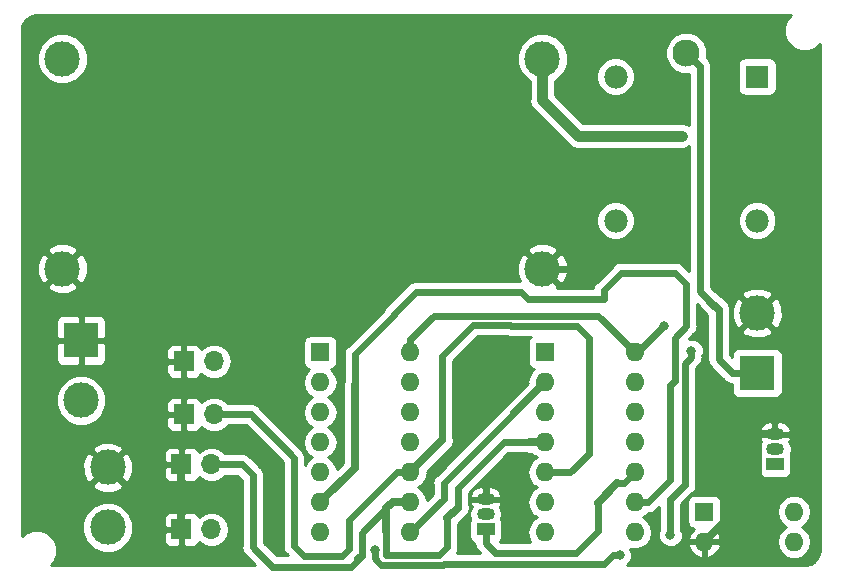
<source format=gbr>
G04 #@! TF.GenerationSoftware,KiCad,Pcbnew,(5.0.1)-3*
G04 #@! TF.CreationDate,2021-02-17T13:04:11+05:45*
G04 #@! TF.ProjectId,Logic-circuit,4C6F6769632D636972637569742E6B69,rev?*
G04 #@! TF.SameCoordinates,Original*
G04 #@! TF.FileFunction,Copper,L2,Bot,Signal*
G04 #@! TF.FilePolarity,Positive*
%FSLAX46Y46*%
G04 Gerber Fmt 4.6, Leading zero omitted, Abs format (unit mm)*
G04 Created by KiCad (PCBNEW (5.0.1)-3) date 2/17/2021 1:04:11 PM*
%MOMM*%
%LPD*%
G01*
G04 APERTURE LIST*
G04 #@! TA.AperFunction,ComponentPad*
%ADD10O,1.500000X1.050000*%
G04 #@! TD*
G04 #@! TA.AperFunction,ComponentPad*
%ADD11R,1.500000X1.050000*%
G04 #@! TD*
G04 #@! TA.AperFunction,ComponentPad*
%ADD12R,1.600000X1.600000*%
G04 #@! TD*
G04 #@! TA.AperFunction,ComponentPad*
%ADD13O,1.600000X1.600000*%
G04 #@! TD*
G04 #@! TA.AperFunction,ComponentPad*
%ADD14R,1.700000X1.700000*%
G04 #@! TD*
G04 #@! TA.AperFunction,ComponentPad*
%ADD15O,1.700000X1.700000*%
G04 #@! TD*
G04 #@! TA.AperFunction,ComponentPad*
%ADD16C,3.000000*%
G04 #@! TD*
G04 #@! TA.AperFunction,ComponentPad*
%ADD17R,3.000000X3.000000*%
G04 #@! TD*
G04 #@! TA.AperFunction,ComponentPad*
%ADD18R,1.980000X1.980000*%
G04 #@! TD*
G04 #@! TA.AperFunction,ComponentPad*
%ADD19C,2.300000*%
G04 #@! TD*
G04 #@! TA.AperFunction,ComponentPad*
%ADD20C,1.980000*%
G04 #@! TD*
G04 #@! TA.AperFunction,ViaPad*
%ADD21C,0.800000*%
G04 #@! TD*
G04 #@! TA.AperFunction,Conductor*
%ADD22C,0.600000*%
G04 #@! TD*
G04 #@! TA.AperFunction,Conductor*
%ADD23C,0.700000*%
G04 #@! TD*
G04 #@! TA.AperFunction,Conductor*
%ADD24C,0.900000*%
G04 #@! TD*
G04 #@! TA.AperFunction,Conductor*
%ADD25C,0.254000*%
G04 #@! TD*
G04 APERTURE END LIST*
D10*
G04 #@! TO.P,Q1,2*
G04 #@! TO.N,Net-(Q1-Pad2)*
X97000000Y-90980000D03*
G04 #@! TO.P,Q1,3*
G04 #@! TO.N,GND*
X97000000Y-89710000D03*
D11*
G04 #@! TO.P,Q1,1*
G04 #@! TO.N,Net-(Q1-Pad1)*
X97000000Y-92250000D03*
G04 #@! TD*
D12*
G04 #@! TO.P,U1,1*
G04 #@! TO.N,Net-(J1-Pad2)*
X83000000Y-77250000D03*
D13*
G04 #@! TO.P,U1,8*
G04 #@! TO.N,Net-(U1-Pad8)*
X90620000Y-92490000D03*
G04 #@! TO.P,U1,2*
G04 #@! TO.N,Net-(U1-Pad2)*
X83000000Y-79790000D03*
G04 #@! TO.P,U1,9*
G04 #@! TO.N,Net-(J2-Pad2)*
X90620000Y-89950000D03*
G04 #@! TO.P,U1,3*
G04 #@! TO.N,Net-(U1-Pad3)*
X83000000Y-82330000D03*
G04 #@! TO.P,U1,10*
G04 #@! TO.N,Net-(J3-Pad2)*
X90620000Y-87410000D03*
G04 #@! TO.P,U1,4*
G04 #@! TO.N,Net-(U1-Pad4)*
X83000000Y-84870000D03*
G04 #@! TO.P,U1,11*
G04 #@! TO.N,N/C*
X90620000Y-84870000D03*
G04 #@! TO.P,U1,5*
G04 #@! TO.N,Net-(J4-Pad2)*
X83000000Y-87410000D03*
G04 #@! TO.P,U1,12*
G04 #@! TO.N,N/C*
X90620000Y-82330000D03*
G04 #@! TO.P,U1,6*
G04 #@! TO.N,Net-(U1-Pad6)*
X83000000Y-89950000D03*
G04 #@! TO.P,U1,13*
G04 #@! TO.N,N/C*
X90620000Y-79790000D03*
G04 #@! TO.P,U1,7*
G04 #@! TO.N,Gnd*
X83000000Y-92490000D03*
G04 #@! TO.P,U1,14*
G04 #@! TO.N,Vcc*
X90620000Y-77250000D03*
G04 #@! TD*
G04 #@! TO.P,U2,14*
G04 #@! TO.N,Vcc*
X109620000Y-77250000D03*
G04 #@! TO.P,U2,7*
G04 #@! TO.N,Gnd*
X102000000Y-92490000D03*
G04 #@! TO.P,U2,13*
G04 #@! TO.N,N/C*
X109620000Y-79790000D03*
G04 #@! TO.P,U2,6*
G04 #@! TO.N,Net-(U1-Pad2)*
X102000000Y-89950000D03*
G04 #@! TO.P,U2,12*
G04 #@! TO.N,N/C*
X109620000Y-82330000D03*
G04 #@! TO.P,U2,5*
G04 #@! TO.N,Net-(J3-Pad2)*
X102000000Y-87410000D03*
G04 #@! TO.P,U2,11*
G04 #@! TO.N,N/C*
X109620000Y-84870000D03*
G04 #@! TO.P,U2,4*
G04 #@! TO.N,Net-(J2-Pad2)*
X102000000Y-84870000D03*
G04 #@! TO.P,U2,10*
G04 #@! TO.N,Net-(Q1-Pad1)*
X109620000Y-87410000D03*
G04 #@! TO.P,U2,3*
G04 #@! TO.N,Net-(U1-Pad4)*
X102000000Y-82330000D03*
G04 #@! TO.P,U2,9*
G04 #@! TO.N,Net-(U1-Pad6)*
X109620000Y-89950000D03*
G04 #@! TO.P,U2,2*
G04 #@! TO.N,Net-(U1-Pad8)*
X102000000Y-79790000D03*
G04 #@! TO.P,U2,8*
G04 #@! TO.N,LOGIC-OUTPUT*
X109620000Y-92490000D03*
D12*
G04 #@! TO.P,U2,1*
G04 #@! TO.N,Net-(U1-Pad3)*
X102000000Y-77250000D03*
G04 #@! TD*
D14*
G04 #@! TO.P,J1,1*
G04 #@! TO.N,GND*
X71460000Y-78000000D03*
D15*
G04 #@! TO.P,J1,2*
G04 #@! TO.N,Net-(J1-Pad2)*
X74000000Y-78000000D03*
G04 #@! TD*
G04 #@! TO.P,J2,2*
G04 #@! TO.N,Net-(J2-Pad2)*
X73790000Y-86750000D03*
D14*
G04 #@! TO.P,J2,1*
G04 #@! TO.N,GND*
X71250000Y-86750000D03*
G04 #@! TD*
G04 #@! TO.P,J3,1*
G04 #@! TO.N,GND*
X71460000Y-82500000D03*
D15*
G04 #@! TO.P,J3,2*
G04 #@! TO.N,Net-(J3-Pad2)*
X74000000Y-82500000D03*
G04 #@! TD*
G04 #@! TO.P,J4,2*
G04 #@! TO.N,Net-(J4-Pad2)*
X73790000Y-92250000D03*
D14*
G04 #@! TO.P,J4,1*
G04 #@! TO.N,GND*
X71250000Y-92250000D03*
G04 #@! TD*
D16*
G04 #@! TO.P,J5,2*
G04 #@! TO.N,12V*
X62750000Y-81330000D03*
D17*
G04 #@! TO.P,J5,1*
G04 #@! TO.N,GND*
X62750000Y-76250000D03*
G04 #@! TD*
G04 #@! TO.P,J6,1*
G04 #@! TO.N,Net-(J6-Pad1)*
X120000000Y-79000000D03*
D16*
G04 #@! TO.P,J6,2*
G04 #@! TO.N,GND*
X120000000Y-73920000D03*
G04 #@! TD*
D18*
G04 #@! TO.P,K1,A1*
G04 #@! TO.N,Vcc*
X120000000Y-53900000D03*
D19*
G04 #@! TO.P,K1,COM*
G04 #@! TO.N,Net-(J6-Pad1)*
X114000000Y-51900000D03*
D20*
G04 #@! TO.P,K1,A2*
G04 #@! TO.N,Net-(D1-Pad2)*
X108000000Y-53900000D03*
G04 #@! TO.P,K1,NO*
G04 #@! TO.N,12V*
X108000000Y-66100000D03*
G04 #@! TO.P,K1,NC*
G04 #@! TO.N,N/C*
X120000000Y-66100000D03*
G04 #@! TD*
D10*
G04 #@! TO.P,Q2,2*
G04 #@! TO.N,Net-(Q2-Pad2)*
X121500000Y-85480000D03*
G04 #@! TO.P,Q2,3*
G04 #@! TO.N,GND*
X121500000Y-84210000D03*
D11*
G04 #@! TO.P,Q2,1*
G04 #@! TO.N,Net-(D1-Pad2)*
X121500000Y-86750000D03*
G04 #@! TD*
D16*
G04 #@! TO.P,U3,4*
G04 #@! TO.N,GND*
X61170000Y-70160000D03*
G04 #@! TO.P,U3,3*
G04 #@! TO.N,12V*
X61170000Y-52380000D03*
G04 #@! TO.P,U3,2*
G04 #@! TO.N,GND*
X101810000Y-70160000D03*
G04 #@! TO.P,U3,1*
G04 #@! TO.N,Vcc*
X101810000Y-52380000D03*
G04 #@! TD*
D12*
G04 #@! TO.P,U4,1*
G04 #@! TO.N,LOGIC-OUTPUT*
X115500000Y-90750000D03*
D13*
G04 #@! TO.P,U4,3*
G04 #@! TO.N,Net-(R7-Pad2)*
X123120000Y-93290000D03*
G04 #@! TO.P,U4,2*
G04 #@! TO.N,GND*
X115500000Y-93290000D03*
G04 #@! TO.P,U4,4*
G04 #@! TO.N,Vcc*
X123120000Y-90750000D03*
G04 #@! TD*
D16*
G04 #@! TO.P,J7,1*
G04 #@! TO.N,GND*
X65000000Y-87000000D03*
G04 #@! TO.P,J7,2*
G04 #@! TO.N,12V*
X65000000Y-92080000D03*
G04 #@! TD*
D21*
G04 #@! TO.N,Gnd*
X108370000Y-94450000D03*
X87640000Y-93970000D03*
G04 #@! TO.N,GND*
X97660000Y-87680000D03*
X95110000Y-85130000D03*
X95150000Y-78040000D03*
X98320000Y-76460000D03*
X92870000Y-70930000D03*
G04 #@! TO.N,Vcc*
X113600000Y-58920000D03*
X114420000Y-77120000D03*
X112650000Y-92730000D03*
X112090000Y-75000000D03*
G04 #@! TD*
D22*
G04 #@! TO.N,Net-(Q1-Pad1)*
X108682500Y-88347500D02*
X108120000Y-88347500D01*
X109620000Y-87410000D02*
X108682500Y-88347500D01*
D23*
X108120000Y-88347500D02*
X106487500Y-89980000D01*
D22*
X106487500Y-92362500D02*
X106487500Y-89980000D01*
X104640000Y-94210000D02*
X106487500Y-92362500D01*
X97835000Y-94210000D02*
X104640000Y-94210000D01*
X97000000Y-93375000D02*
X97835000Y-94210000D01*
X97000000Y-92250000D02*
X97000000Y-93375000D01*
G04 #@! TO.N,Net-(U1-Pad8)*
X93440000Y-88350000D02*
X99380000Y-82410000D01*
X93440000Y-89670000D02*
X93440000Y-88350000D01*
D23*
X102000000Y-79790000D02*
X99380000Y-82410000D01*
D22*
X90620000Y-92490000D02*
X93440000Y-89670000D01*
D23*
G04 #@! TO.N,Net-(U1-Pad6)*
X85925200Y-80015400D02*
X85925200Y-87024800D01*
X85925200Y-87024800D02*
X83000000Y-89950000D01*
D22*
X110751370Y-89950000D02*
X109620000Y-89950000D01*
X113000000Y-79650000D02*
X112650000Y-80000000D01*
X112650000Y-80000000D02*
X112650000Y-88051370D01*
X85925200Y-77404800D02*
X89250200Y-74079800D01*
X89250200Y-74079800D02*
X89250200Y-73989800D01*
X89250200Y-73989800D02*
X91079999Y-72160001D01*
X91079999Y-72160001D02*
X99970001Y-72160001D01*
X112650000Y-88051370D02*
X110751370Y-89950000D01*
X85925200Y-80015400D02*
X85925200Y-77404800D01*
X99970001Y-72160001D02*
X100560000Y-72750000D01*
X107000000Y-72750000D02*
X107000000Y-72000000D01*
X100560000Y-72750000D02*
X107000000Y-72750000D01*
X107000000Y-72000000D02*
X108500000Y-70500000D01*
X108500000Y-70500000D02*
X113000000Y-70500000D01*
X113000000Y-70500000D02*
X114000000Y-71500000D01*
X114000000Y-75000000D02*
X113000000Y-76000000D01*
X114000000Y-71500000D02*
X114000000Y-75000000D01*
X113000000Y-76000000D02*
X113000000Y-79650000D01*
G04 #@! TO.N,Gnd*
X107804315Y-94450000D02*
X107064315Y-95190000D01*
X108370000Y-94450000D02*
X107804315Y-94450000D01*
X93391374Y-95240010D02*
X88180010Y-95240010D01*
X107064315Y-95190000D02*
X93441384Y-95190000D01*
X93441384Y-95190000D02*
X93391374Y-95240010D01*
X88180010Y-95240010D02*
X87840000Y-94900000D01*
X87840000Y-94900000D02*
X87640000Y-94700000D01*
X87640000Y-94700000D02*
X87640000Y-93970000D01*
G04 #@! TO.N,Vcc*
X90620000Y-76118630D02*
X92598630Y-74140000D01*
X92598630Y-74140000D02*
X106510000Y-74140000D01*
X106510000Y-74140000D02*
X109620000Y-77250000D01*
X90620000Y-77250000D02*
X90620000Y-76118630D01*
D23*
G04 #@! TO.N,GND*
X121500000Y-84210000D02*
X120050000Y-84210000D01*
X115500000Y-93290000D02*
X120050000Y-88740000D01*
X120050000Y-88740000D02*
X120050000Y-84210000D01*
X71250000Y-92250000D02*
X71250000Y-86750000D01*
D22*
X103931320Y-70160000D02*
X104851320Y-69240000D01*
X101810000Y-70160000D02*
X103931320Y-70160000D01*
X104851320Y-69240000D02*
X113220000Y-69240000D01*
X113220000Y-69240000D02*
X113250000Y-69270000D01*
X97000000Y-89710000D02*
X96534994Y-89710000D01*
X97000000Y-89710000D02*
X97000000Y-88340000D01*
X97000000Y-88340000D02*
X97660000Y-87680000D01*
X95110000Y-84564315D02*
X95330000Y-84344315D01*
X95110000Y-85130000D02*
X95110000Y-84564315D01*
X95330000Y-84344315D02*
X95330000Y-78220000D01*
X95330000Y-78220000D02*
X95150000Y-78040000D01*
X95150000Y-78040000D02*
X96740000Y-78040000D01*
X96740000Y-78040000D02*
X98320000Y-76460000D01*
D23*
G04 #@! TO.N,Net-(J2-Pad2)*
X88600000Y-92382800D02*
X88600000Y-90470000D01*
X88600000Y-90470000D02*
X89120000Y-89950000D01*
X90620000Y-89950000D02*
X89120000Y-89950000D01*
X94649600Y-90393300D02*
X93750000Y-91292900D01*
D22*
X85592800Y-95390000D02*
X86512800Y-94470000D01*
X81150000Y-95390000D02*
X85592800Y-95390000D01*
D23*
X86207400Y-94775400D02*
X86512800Y-94470000D01*
D22*
X93750000Y-93750000D02*
X93750000Y-91292900D01*
X93060000Y-94440000D02*
X93750000Y-93750000D01*
X88600000Y-94440000D02*
X93060000Y-94440000D01*
X88600000Y-92382800D02*
X88600000Y-94440000D01*
X86512800Y-92557200D02*
X88600000Y-90470000D01*
X86512800Y-94470000D02*
X86512800Y-92557200D01*
X94649600Y-90393300D02*
X94649600Y-88760400D01*
X98540000Y-84870000D02*
X100780000Y-84870000D01*
X94649600Y-88760400D02*
X98540000Y-84870000D01*
D23*
X102000000Y-84870000D02*
X100780000Y-84870000D01*
D22*
G04 #@! TO.N,Net-(J3-Pad2)*
X104180000Y-87410000D02*
X102000000Y-87410000D01*
X104740000Y-75010000D02*
X105750000Y-76020000D01*
X105750000Y-76020000D02*
X105750000Y-85840000D01*
X105750000Y-85840000D02*
X104180000Y-87410000D01*
X93340000Y-77570000D02*
X95969990Y-74940010D01*
X93340000Y-84690000D02*
X93340000Y-77570000D01*
D23*
X90620000Y-87410000D02*
X93340000Y-84690000D01*
D22*
X99100010Y-74940010D02*
X99170000Y-75010000D01*
X95969990Y-74940010D02*
X99100010Y-74940010D01*
X99170000Y-75010000D02*
X104740000Y-75010000D01*
D24*
G04 #@! TO.N,Vcc*
X101810000Y-52380000D02*
X101810000Y-55890000D01*
X104840000Y-58920000D02*
X113600000Y-58920000D01*
X101810000Y-55890000D02*
X104840000Y-58920000D01*
D22*
X114420000Y-77685685D02*
X113900000Y-78205685D01*
X114420000Y-77120000D02*
X114420000Y-77685685D01*
X113900000Y-78205685D02*
X113900000Y-88450000D01*
X113900000Y-88450000D02*
X112650000Y-89700000D01*
X112650000Y-89700000D02*
X112650000Y-92730000D01*
X109620000Y-77250000D02*
X109840000Y-77250000D01*
X109840000Y-77250000D02*
X112090000Y-75000000D01*
G04 #@! TO.N,Net-(J2-Pad2)*
X81150000Y-95390000D02*
X78920000Y-95390000D01*
X78920000Y-95390000D02*
X77280000Y-93750000D01*
X77280000Y-93750000D02*
X77280000Y-87650000D01*
X76380000Y-86750000D02*
X73790000Y-86750000D01*
X77280000Y-87650000D02*
X76380000Y-86750000D01*
G04 #@! TO.N,Net-(J3-Pad2)*
X77100000Y-82500000D02*
X74000000Y-82500000D01*
X80770000Y-86170000D02*
X77100000Y-82500000D01*
X89488630Y-87410000D02*
X85450000Y-91448630D01*
X90620000Y-87410000D02*
X89488630Y-87410000D01*
X80770000Y-93630000D02*
X80770000Y-86170000D01*
X85450000Y-91448630D02*
X85450000Y-93870000D01*
X85450000Y-93870000D02*
X84820000Y-94500000D01*
X84820000Y-94500000D02*
X81640000Y-94500000D01*
X81640000Y-94500000D02*
X80770000Y-93630000D01*
G04 #@! TO.N,Net-(J6-Pad1)*
X115149999Y-72087499D02*
X116040000Y-72977500D01*
X115149999Y-53049999D02*
X115149999Y-72087499D01*
X114000000Y-51900000D02*
X115149999Y-53049999D01*
X116722500Y-77822500D02*
X116722500Y-73660000D01*
X117900000Y-79000000D02*
X116722500Y-77822500D01*
X120000000Y-79000000D02*
X117900000Y-79000000D01*
D23*
X116040000Y-72977500D02*
X116722500Y-73660000D01*
G04 #@! TD*
D25*
G04 #@! TO.N,GND*
G36*
X122529138Y-49017201D02*
X122265000Y-49654887D01*
X122265000Y-50345113D01*
X122529138Y-50982799D01*
X123017201Y-51470862D01*
X123654887Y-51735000D01*
X124345113Y-51735000D01*
X124982799Y-51470862D01*
X125290000Y-51163661D01*
X125290001Y-93949413D01*
X125231197Y-94360027D01*
X125080661Y-94691112D01*
X124843251Y-94966639D01*
X124538056Y-95164456D01*
X124166083Y-95275700D01*
X123973652Y-95290000D01*
X108993711Y-95290000D01*
X109247431Y-95036280D01*
X109405000Y-94655874D01*
X109405000Y-94244126D01*
X109254330Y-93880377D01*
X109478667Y-93925000D01*
X109761333Y-93925000D01*
X110179909Y-93841740D01*
X110654577Y-93524577D01*
X110971740Y-93049909D01*
X111083113Y-92490000D01*
X110971740Y-91930091D01*
X110654577Y-91455423D01*
X110302242Y-91220000D01*
X110654577Y-90984577D01*
X110713859Y-90895856D01*
X110751370Y-90903317D01*
X110843456Y-90885000D01*
X111116189Y-90830750D01*
X111425467Y-90624097D01*
X111477631Y-90546028D01*
X111715000Y-90308659D01*
X111715001Y-92282702D01*
X111615000Y-92524126D01*
X111615000Y-92935874D01*
X111772569Y-93316280D01*
X112063720Y-93607431D01*
X112444126Y-93765000D01*
X112855874Y-93765000D01*
X113159971Y-93639039D01*
X114108096Y-93639039D01*
X114268959Y-94027423D01*
X114644866Y-94442389D01*
X115150959Y-94681914D01*
X115373000Y-94560629D01*
X115373000Y-93417000D01*
X115627000Y-93417000D01*
X115627000Y-94560629D01*
X115849041Y-94681914D01*
X116355134Y-94442389D01*
X116731041Y-94027423D01*
X116891904Y-93639039D01*
X116769915Y-93417000D01*
X115627000Y-93417000D01*
X115373000Y-93417000D01*
X114230085Y-93417000D01*
X114108096Y-93639039D01*
X113159971Y-93639039D01*
X113236280Y-93607431D01*
X113527431Y-93316280D01*
X113685000Y-92935874D01*
X113685000Y-92524126D01*
X113585000Y-92282704D01*
X113585000Y-90087289D01*
X113722289Y-89950000D01*
X114052560Y-89950000D01*
X114052560Y-91550000D01*
X114101843Y-91797765D01*
X114242191Y-92007809D01*
X114452235Y-92148157D01*
X114607361Y-92179013D01*
X114268959Y-92552577D01*
X114108096Y-92940961D01*
X114230085Y-93163000D01*
X115373000Y-93163000D01*
X115373000Y-93143000D01*
X115627000Y-93143000D01*
X115627000Y-93163000D01*
X116769915Y-93163000D01*
X116891904Y-92940961D01*
X116731041Y-92552577D01*
X116392639Y-92179013D01*
X116547765Y-92148157D01*
X116757809Y-92007809D01*
X116898157Y-91797765D01*
X116947440Y-91550000D01*
X116947440Y-90750000D01*
X121656887Y-90750000D01*
X121768260Y-91309909D01*
X122085423Y-91784577D01*
X122437758Y-92020000D01*
X122085423Y-92255423D01*
X121768260Y-92730091D01*
X121656887Y-93290000D01*
X121768260Y-93849909D01*
X122085423Y-94324577D01*
X122560091Y-94641740D01*
X122978667Y-94725000D01*
X123261333Y-94725000D01*
X123679909Y-94641740D01*
X124154577Y-94324577D01*
X124471740Y-93849909D01*
X124583113Y-93290000D01*
X124471740Y-92730091D01*
X124154577Y-92255423D01*
X123802242Y-92020000D01*
X124154577Y-91784577D01*
X124471740Y-91309909D01*
X124583113Y-90750000D01*
X124471740Y-90190091D01*
X124154577Y-89715423D01*
X123679909Y-89398260D01*
X123261333Y-89315000D01*
X122978667Y-89315000D01*
X122560091Y-89398260D01*
X122085423Y-89715423D01*
X121768260Y-90190091D01*
X121656887Y-90750000D01*
X116947440Y-90750000D01*
X116947440Y-89950000D01*
X116898157Y-89702235D01*
X116757809Y-89492191D01*
X116547765Y-89351843D01*
X116300000Y-89302560D01*
X114700000Y-89302560D01*
X114452235Y-89351843D01*
X114242191Y-89492191D01*
X114101843Y-89702235D01*
X114052560Y-89950000D01*
X113722289Y-89950000D01*
X114496031Y-89176259D01*
X114574097Y-89124097D01*
X114780750Y-88814819D01*
X114835000Y-88542086D01*
X114853317Y-88450000D01*
X114835000Y-88357914D01*
X114835000Y-85480000D01*
X120092275Y-85480000D01*
X120182157Y-85931867D01*
X120151843Y-85977235D01*
X120102560Y-86225000D01*
X120102560Y-87275000D01*
X120151843Y-87522765D01*
X120292191Y-87732809D01*
X120502235Y-87873157D01*
X120750000Y-87922440D01*
X122250000Y-87922440D01*
X122497765Y-87873157D01*
X122707809Y-87732809D01*
X122848157Y-87522765D01*
X122897440Y-87275000D01*
X122897440Y-86225000D01*
X122848157Y-85977235D01*
X122817843Y-85931867D01*
X122907725Y-85480000D01*
X122817695Y-85027391D01*
X122689146Y-84835004D01*
X122835266Y-84577336D01*
X122843964Y-84515810D01*
X122718163Y-84337000D01*
X121924710Y-84337000D01*
X121839246Y-84320000D01*
X121160754Y-84320000D01*
X121075290Y-84337000D01*
X120281837Y-84337000D01*
X120156036Y-84515810D01*
X120164734Y-84577336D01*
X120310854Y-84835004D01*
X120182305Y-85027391D01*
X120092275Y-85480000D01*
X114835000Y-85480000D01*
X114835000Y-83904190D01*
X120156036Y-83904190D01*
X120281837Y-84083000D01*
X121373000Y-84083000D01*
X121373000Y-83203407D01*
X121627000Y-83203407D01*
X121627000Y-84083000D01*
X122718163Y-84083000D01*
X122843964Y-83904190D01*
X122835266Y-83842664D01*
X122610179Y-83445745D01*
X122250331Y-83165177D01*
X121810506Y-83043674D01*
X121627000Y-83203407D01*
X121373000Y-83203407D01*
X121189494Y-83043674D01*
X120749669Y-83165177D01*
X120389821Y-83445745D01*
X120164734Y-83842664D01*
X120156036Y-83904190D01*
X114835000Y-83904190D01*
X114835000Y-78592974D01*
X115016028Y-78411946D01*
X115094097Y-78359782D01*
X115300750Y-78050504D01*
X115355000Y-77777771D01*
X115373317Y-77685686D01*
X115355000Y-77593600D01*
X115355000Y-77567296D01*
X115455000Y-77325874D01*
X115455000Y-76914126D01*
X115297431Y-76533720D01*
X115006280Y-76242569D01*
X114625874Y-76085000D01*
X114237289Y-76085000D01*
X114596028Y-75726261D01*
X114674097Y-75674097D01*
X114880750Y-75364819D01*
X114935000Y-75092086D01*
X114953317Y-75000000D01*
X114935000Y-74907914D01*
X114935000Y-73194790D01*
X115132516Y-73392306D01*
X115274902Y-73605402D01*
X115787501Y-74118001D01*
X115787500Y-77730414D01*
X115769183Y-77822500D01*
X115826310Y-78109698D01*
X115841750Y-78187318D01*
X116048403Y-78496597D01*
X116126472Y-78548761D01*
X117173741Y-79596031D01*
X117225903Y-79674097D01*
X117535181Y-79880750D01*
X117807914Y-79935000D01*
X117807918Y-79935000D01*
X117852560Y-79943880D01*
X117852560Y-80500000D01*
X117901843Y-80747765D01*
X118042191Y-80957809D01*
X118252235Y-81098157D01*
X118500000Y-81147440D01*
X121500000Y-81147440D01*
X121747765Y-81098157D01*
X121957809Y-80957809D01*
X122098157Y-80747765D01*
X122147440Y-80500000D01*
X122147440Y-77500000D01*
X122098157Y-77252235D01*
X121957809Y-77042191D01*
X121747765Y-76901843D01*
X121500000Y-76852560D01*
X118500000Y-76852560D01*
X118252235Y-76901843D01*
X118042191Y-77042191D01*
X117901843Y-77252235D01*
X117852560Y-77500000D01*
X117852560Y-77630271D01*
X117657500Y-77435211D01*
X117657500Y-75433970D01*
X118665635Y-75433970D01*
X118825418Y-75752739D01*
X119616187Y-76062723D01*
X120465387Y-76046497D01*
X121174582Y-75752739D01*
X121334365Y-75433970D01*
X120000000Y-74099605D01*
X118665635Y-75433970D01*
X117657500Y-75433970D01*
X117657500Y-74008376D01*
X117726796Y-73660000D01*
X117702169Y-73536187D01*
X117857277Y-73536187D01*
X117873503Y-74385387D01*
X118167261Y-75094582D01*
X118486030Y-75254365D01*
X119820395Y-73920000D01*
X120179605Y-73920000D01*
X121513970Y-75254365D01*
X121832739Y-75094582D01*
X122142723Y-74303813D01*
X122126497Y-73454613D01*
X121832739Y-72745418D01*
X121513970Y-72585635D01*
X120179605Y-73920000D01*
X119820395Y-73920000D01*
X118486030Y-72585635D01*
X118167261Y-72745418D01*
X117857277Y-73536187D01*
X117702169Y-73536187D01*
X117650349Y-73275672D01*
X117487598Y-73032097D01*
X116861531Y-72406030D01*
X118665635Y-72406030D01*
X120000000Y-73740395D01*
X121334365Y-72406030D01*
X121174582Y-72087261D01*
X120383813Y-71777277D01*
X119534613Y-71793503D01*
X118825418Y-72087261D01*
X118665635Y-72406030D01*
X116861531Y-72406030D01*
X116667902Y-72212402D01*
X116454806Y-72070016D01*
X116084999Y-71700210D01*
X116084999Y-65776767D01*
X118375000Y-65776767D01*
X118375000Y-66423233D01*
X118622391Y-67020489D01*
X119079511Y-67477609D01*
X119676767Y-67725000D01*
X120323233Y-67725000D01*
X120920489Y-67477609D01*
X121377609Y-67020489D01*
X121625000Y-66423233D01*
X121625000Y-65776767D01*
X121377609Y-65179511D01*
X120920489Y-64722391D01*
X120323233Y-64475000D01*
X119676767Y-64475000D01*
X119079511Y-64722391D01*
X118622391Y-65179511D01*
X118375000Y-65776767D01*
X116084999Y-65776767D01*
X116084999Y-53142080D01*
X116103315Y-53049998D01*
X116084999Y-52957914D01*
X116084999Y-52957913D01*
X116075469Y-52910000D01*
X118362560Y-52910000D01*
X118362560Y-54890000D01*
X118411843Y-55137765D01*
X118552191Y-55347809D01*
X118762235Y-55488157D01*
X119010000Y-55537440D01*
X120990000Y-55537440D01*
X121237765Y-55488157D01*
X121447809Y-55347809D01*
X121588157Y-55137765D01*
X121637440Y-54890000D01*
X121637440Y-52910000D01*
X121588157Y-52662235D01*
X121447809Y-52452191D01*
X121237765Y-52311843D01*
X120990000Y-52262560D01*
X119010000Y-52262560D01*
X118762235Y-52311843D01*
X118552191Y-52452191D01*
X118411843Y-52662235D01*
X118362560Y-52910000D01*
X116075469Y-52910000D01*
X116030749Y-52685180D01*
X115824096Y-52375902D01*
X115754271Y-52329246D01*
X115785000Y-52255059D01*
X115785000Y-51544941D01*
X115513250Y-50888879D01*
X115011121Y-50386750D01*
X114355059Y-50115000D01*
X113644941Y-50115000D01*
X112988879Y-50386750D01*
X112486750Y-50888879D01*
X112215000Y-51544941D01*
X112215000Y-52255059D01*
X112486750Y-52911121D01*
X112988879Y-53413250D01*
X113644941Y-53685000D01*
X114214999Y-53685000D01*
X114214999Y-58026012D01*
X114023346Y-57897953D01*
X113706861Y-57835000D01*
X105289421Y-57835000D01*
X102895000Y-55440580D01*
X102895000Y-54241486D01*
X103019380Y-54189966D01*
X103619966Y-53589380D01*
X103625190Y-53576767D01*
X106375000Y-53576767D01*
X106375000Y-54223233D01*
X106622391Y-54820489D01*
X107079511Y-55277609D01*
X107676767Y-55525000D01*
X108323233Y-55525000D01*
X108920489Y-55277609D01*
X109377609Y-54820489D01*
X109625000Y-54223233D01*
X109625000Y-53576767D01*
X109377609Y-52979511D01*
X108920489Y-52522391D01*
X108323233Y-52275000D01*
X107676767Y-52275000D01*
X107079511Y-52522391D01*
X106622391Y-52979511D01*
X106375000Y-53576767D01*
X103625190Y-53576767D01*
X103945000Y-52804678D01*
X103945000Y-51955322D01*
X103619966Y-51170620D01*
X103019380Y-50570034D01*
X102234678Y-50245000D01*
X101385322Y-50245000D01*
X100600620Y-50570034D01*
X100000034Y-51170620D01*
X99675000Y-51955322D01*
X99675000Y-52804678D01*
X100000034Y-53589380D01*
X100600620Y-54189966D01*
X100725001Y-54241486D01*
X100725001Y-55783138D01*
X100703745Y-55890000D01*
X100787953Y-56313345D01*
X100787954Y-56313346D01*
X101027760Y-56672241D01*
X101118354Y-56732774D01*
X103997226Y-59611647D01*
X104057759Y-59702241D01*
X104416654Y-59942047D01*
X104733139Y-60005000D01*
X104733142Y-60005000D01*
X104839999Y-60026255D01*
X104946856Y-60005000D01*
X113706861Y-60005000D01*
X114023346Y-59942047D01*
X114214999Y-59813988D01*
X114215000Y-70392711D01*
X113726261Y-69903972D01*
X113674097Y-69825903D01*
X113364819Y-69619250D01*
X113092086Y-69565000D01*
X113000000Y-69546683D01*
X112907914Y-69565000D01*
X108592081Y-69565000D01*
X108499999Y-69546684D01*
X108407917Y-69565000D01*
X108407914Y-69565000D01*
X108135181Y-69619250D01*
X107825903Y-69825903D01*
X107773741Y-69903969D01*
X106403970Y-71273741D01*
X106325904Y-71325903D01*
X106273742Y-71403969D01*
X106273741Y-71403970D01*
X106119250Y-71635182D01*
X106083482Y-71815000D01*
X103073674Y-71815000D01*
X103144365Y-71673970D01*
X101810000Y-70339605D01*
X101795858Y-70353748D01*
X101616253Y-70174143D01*
X101630395Y-70160000D01*
X101989605Y-70160000D01*
X103323970Y-71494365D01*
X103642739Y-71334582D01*
X103952723Y-70543813D01*
X103936497Y-69694613D01*
X103642739Y-68985418D01*
X103323970Y-68825635D01*
X101989605Y-70160000D01*
X101630395Y-70160000D01*
X100296030Y-68825635D01*
X99977261Y-68985418D01*
X99667277Y-69776187D01*
X99683503Y-70625387D01*
X99927764Y-71215085D01*
X99877915Y-71225001D01*
X91172085Y-71225001D01*
X91079999Y-71206684D01*
X90987913Y-71225001D01*
X90715180Y-71279251D01*
X90405902Y-71485904D01*
X90353738Y-71563973D01*
X88654172Y-73263539D01*
X88576103Y-73315703D01*
X88369450Y-73624981D01*
X88366153Y-73641557D01*
X85329170Y-76678541D01*
X85251104Y-76730703D01*
X85198942Y-76808769D01*
X85198941Y-76808770D01*
X85044450Y-77039982D01*
X84971883Y-77404800D01*
X84990201Y-77496890D01*
X84990200Y-79667023D01*
X84940200Y-79918389D01*
X84940201Y-86616799D01*
X84410666Y-87146334D01*
X84351740Y-86850091D01*
X84034577Y-86375423D01*
X83682242Y-86140000D01*
X84034577Y-85904577D01*
X84351740Y-85429909D01*
X84463113Y-84870000D01*
X84351740Y-84310091D01*
X84034577Y-83835423D01*
X83682242Y-83600000D01*
X84034577Y-83364577D01*
X84351740Y-82889909D01*
X84463113Y-82330000D01*
X84351740Y-81770091D01*
X84034577Y-81295423D01*
X83682242Y-81060000D01*
X84034577Y-80824577D01*
X84351740Y-80349909D01*
X84463113Y-79790000D01*
X84351740Y-79230091D01*
X84034577Y-78755423D01*
X83913894Y-78674785D01*
X84047765Y-78648157D01*
X84257809Y-78507809D01*
X84398157Y-78297765D01*
X84447440Y-78050000D01*
X84447440Y-76450000D01*
X84398157Y-76202235D01*
X84257809Y-75992191D01*
X84047765Y-75851843D01*
X83800000Y-75802560D01*
X82200000Y-75802560D01*
X81952235Y-75851843D01*
X81742191Y-75992191D01*
X81601843Y-76202235D01*
X81552560Y-76450000D01*
X81552560Y-78050000D01*
X81601843Y-78297765D01*
X81742191Y-78507809D01*
X81952235Y-78648157D01*
X82086106Y-78674785D01*
X81965423Y-78755423D01*
X81648260Y-79230091D01*
X81536887Y-79790000D01*
X81648260Y-80349909D01*
X81965423Y-80824577D01*
X82317758Y-81060000D01*
X81965423Y-81295423D01*
X81648260Y-81770091D01*
X81536887Y-82330000D01*
X81648260Y-82889909D01*
X81965423Y-83364577D01*
X82317758Y-83600000D01*
X81965423Y-83835423D01*
X81648260Y-84310091D01*
X81536887Y-84870000D01*
X81648260Y-85429909D01*
X81965423Y-85904577D01*
X82317758Y-86140000D01*
X81965423Y-86375423D01*
X81705000Y-86765174D01*
X81705000Y-86262086D01*
X81723317Y-86170000D01*
X81650750Y-85805181D01*
X81496259Y-85573969D01*
X81444097Y-85495903D01*
X81366031Y-85443741D01*
X77826261Y-81903972D01*
X77774097Y-81825903D01*
X77464819Y-81619250D01*
X77192086Y-81565000D01*
X77100000Y-81546683D01*
X77007914Y-81565000D01*
X75161247Y-81565000D01*
X75070625Y-81429375D01*
X74579418Y-81101161D01*
X74146256Y-81015000D01*
X73853744Y-81015000D01*
X73420582Y-81101161D01*
X72929375Y-81429375D01*
X72914904Y-81451033D01*
X72848327Y-81290302D01*
X72669699Y-81111673D01*
X72436310Y-81015000D01*
X71745750Y-81015000D01*
X71587000Y-81173750D01*
X71587000Y-82373000D01*
X71607000Y-82373000D01*
X71607000Y-82627000D01*
X71587000Y-82627000D01*
X71587000Y-83826250D01*
X71745750Y-83985000D01*
X72436310Y-83985000D01*
X72669699Y-83888327D01*
X72848327Y-83709698D01*
X72914904Y-83548967D01*
X72929375Y-83570625D01*
X73420582Y-83898839D01*
X73853744Y-83985000D01*
X74146256Y-83985000D01*
X74579418Y-83898839D01*
X75070625Y-83570625D01*
X75161247Y-83435000D01*
X76712711Y-83435000D01*
X79835001Y-86557291D01*
X79835000Y-93537914D01*
X79816683Y-93630000D01*
X79860426Y-93849909D01*
X79889250Y-93994818D01*
X80095903Y-94304097D01*
X80173972Y-94356261D01*
X80272711Y-94455000D01*
X79307290Y-94455000D01*
X78215000Y-93362711D01*
X78215000Y-87742081D01*
X78233316Y-87649999D01*
X78215000Y-87557917D01*
X78215000Y-87557914D01*
X78160750Y-87285181D01*
X77954097Y-86975903D01*
X77876030Y-86923741D01*
X77106261Y-86153972D01*
X77054097Y-86075903D01*
X76744819Y-85869250D01*
X76472086Y-85815000D01*
X76380000Y-85796683D01*
X76287914Y-85815000D01*
X74951247Y-85815000D01*
X74860625Y-85679375D01*
X74369418Y-85351161D01*
X73936256Y-85265000D01*
X73643744Y-85265000D01*
X73210582Y-85351161D01*
X72719375Y-85679375D01*
X72704904Y-85701033D01*
X72638327Y-85540302D01*
X72459699Y-85361673D01*
X72226310Y-85265000D01*
X71535750Y-85265000D01*
X71377000Y-85423750D01*
X71377000Y-86623000D01*
X71397000Y-86623000D01*
X71397000Y-86877000D01*
X71377000Y-86877000D01*
X71377000Y-88076250D01*
X71535750Y-88235000D01*
X72226310Y-88235000D01*
X72459699Y-88138327D01*
X72638327Y-87959698D01*
X72704904Y-87798967D01*
X72719375Y-87820625D01*
X73210582Y-88148839D01*
X73643744Y-88235000D01*
X73936256Y-88235000D01*
X74369418Y-88148839D01*
X74860625Y-87820625D01*
X74951247Y-87685000D01*
X75992711Y-87685000D01*
X76345001Y-88037291D01*
X76345000Y-93657914D01*
X76326683Y-93750000D01*
X76375381Y-93994819D01*
X76399250Y-94114818D01*
X76605903Y-94424097D01*
X76683972Y-94476261D01*
X77497710Y-95290000D01*
X60163661Y-95290000D01*
X60470862Y-94982799D01*
X60735000Y-94345113D01*
X60735000Y-93654887D01*
X60470862Y-93017201D01*
X59982799Y-92529138D01*
X59345113Y-92265000D01*
X58654887Y-92265000D01*
X58017201Y-92529138D01*
X57710000Y-92836339D01*
X57710000Y-91655322D01*
X62865000Y-91655322D01*
X62865000Y-92504678D01*
X63190034Y-93289380D01*
X63790620Y-93889966D01*
X64575322Y-94215000D01*
X65424678Y-94215000D01*
X66209380Y-93889966D01*
X66809966Y-93289380D01*
X67122129Y-92535750D01*
X69765000Y-92535750D01*
X69765000Y-93226309D01*
X69861673Y-93459698D01*
X70040301Y-93638327D01*
X70273690Y-93735000D01*
X70964250Y-93735000D01*
X71123000Y-93576250D01*
X71123000Y-92377000D01*
X69923750Y-92377000D01*
X69765000Y-92535750D01*
X67122129Y-92535750D01*
X67135000Y-92504678D01*
X67135000Y-91655322D01*
X66976924Y-91273691D01*
X69765000Y-91273691D01*
X69765000Y-91964250D01*
X69923750Y-92123000D01*
X71123000Y-92123000D01*
X71123000Y-90923750D01*
X71377000Y-90923750D01*
X71377000Y-92123000D01*
X71397000Y-92123000D01*
X71397000Y-92377000D01*
X71377000Y-92377000D01*
X71377000Y-93576250D01*
X71535750Y-93735000D01*
X72226310Y-93735000D01*
X72459699Y-93638327D01*
X72638327Y-93459698D01*
X72704904Y-93298967D01*
X72719375Y-93320625D01*
X73210582Y-93648839D01*
X73643744Y-93735000D01*
X73936256Y-93735000D01*
X74369418Y-93648839D01*
X74860625Y-93320625D01*
X75188839Y-92829418D01*
X75304092Y-92250000D01*
X75188839Y-91670582D01*
X74860625Y-91179375D01*
X74369418Y-90851161D01*
X73936256Y-90765000D01*
X73643744Y-90765000D01*
X73210582Y-90851161D01*
X72719375Y-91179375D01*
X72704904Y-91201033D01*
X72638327Y-91040302D01*
X72459699Y-90861673D01*
X72226310Y-90765000D01*
X71535750Y-90765000D01*
X71377000Y-90923750D01*
X71123000Y-90923750D01*
X70964250Y-90765000D01*
X70273690Y-90765000D01*
X70040301Y-90861673D01*
X69861673Y-91040302D01*
X69765000Y-91273691D01*
X66976924Y-91273691D01*
X66809966Y-90870620D01*
X66209380Y-90270034D01*
X65424678Y-89945000D01*
X64575322Y-89945000D01*
X63790620Y-90270034D01*
X63190034Y-90870620D01*
X62865000Y-91655322D01*
X57710000Y-91655322D01*
X57710000Y-88513970D01*
X63665635Y-88513970D01*
X63825418Y-88832739D01*
X64616187Y-89142723D01*
X65465387Y-89126497D01*
X66174582Y-88832739D01*
X66334365Y-88513970D01*
X65000000Y-87179605D01*
X63665635Y-88513970D01*
X57710000Y-88513970D01*
X57710000Y-86616187D01*
X62857277Y-86616187D01*
X62873503Y-87465387D01*
X63167261Y-88174582D01*
X63486030Y-88334365D01*
X64820395Y-87000000D01*
X65179605Y-87000000D01*
X66513970Y-88334365D01*
X66832739Y-88174582D01*
X67142723Y-87383813D01*
X67136073Y-87035750D01*
X69765000Y-87035750D01*
X69765000Y-87726309D01*
X69861673Y-87959698D01*
X70040301Y-88138327D01*
X70273690Y-88235000D01*
X70964250Y-88235000D01*
X71123000Y-88076250D01*
X71123000Y-86877000D01*
X69923750Y-86877000D01*
X69765000Y-87035750D01*
X67136073Y-87035750D01*
X67126497Y-86534613D01*
X66832739Y-85825418D01*
X66729544Y-85773691D01*
X69765000Y-85773691D01*
X69765000Y-86464250D01*
X69923750Y-86623000D01*
X71123000Y-86623000D01*
X71123000Y-85423750D01*
X70964250Y-85265000D01*
X70273690Y-85265000D01*
X70040301Y-85361673D01*
X69861673Y-85540302D01*
X69765000Y-85773691D01*
X66729544Y-85773691D01*
X66513970Y-85665635D01*
X65179605Y-87000000D01*
X64820395Y-87000000D01*
X63486030Y-85665635D01*
X63167261Y-85825418D01*
X62857277Y-86616187D01*
X57710000Y-86616187D01*
X57710000Y-85486030D01*
X63665635Y-85486030D01*
X65000000Y-86820395D01*
X66334365Y-85486030D01*
X66174582Y-85167261D01*
X65383813Y-84857277D01*
X64534613Y-84873503D01*
X63825418Y-85167261D01*
X63665635Y-85486030D01*
X57710000Y-85486030D01*
X57710000Y-80905322D01*
X60615000Y-80905322D01*
X60615000Y-81754678D01*
X60940034Y-82539380D01*
X61540620Y-83139966D01*
X62325322Y-83465000D01*
X63174678Y-83465000D01*
X63959380Y-83139966D01*
X64313596Y-82785750D01*
X69975000Y-82785750D01*
X69975000Y-83476309D01*
X70071673Y-83709698D01*
X70250301Y-83888327D01*
X70483690Y-83985000D01*
X71174250Y-83985000D01*
X71333000Y-83826250D01*
X71333000Y-82627000D01*
X70133750Y-82627000D01*
X69975000Y-82785750D01*
X64313596Y-82785750D01*
X64559966Y-82539380D01*
X64885000Y-81754678D01*
X64885000Y-81523691D01*
X69975000Y-81523691D01*
X69975000Y-82214250D01*
X70133750Y-82373000D01*
X71333000Y-82373000D01*
X71333000Y-81173750D01*
X71174250Y-81015000D01*
X70483690Y-81015000D01*
X70250301Y-81111673D01*
X70071673Y-81290302D01*
X69975000Y-81523691D01*
X64885000Y-81523691D01*
X64885000Y-80905322D01*
X64559966Y-80120620D01*
X63959380Y-79520034D01*
X63174678Y-79195000D01*
X62325322Y-79195000D01*
X61540620Y-79520034D01*
X60940034Y-80120620D01*
X60615000Y-80905322D01*
X57710000Y-80905322D01*
X57710000Y-76535750D01*
X60615000Y-76535750D01*
X60615000Y-77876309D01*
X60711673Y-78109698D01*
X60890301Y-78288327D01*
X61123690Y-78385000D01*
X62464250Y-78385000D01*
X62623000Y-78226250D01*
X62623000Y-76377000D01*
X62877000Y-76377000D01*
X62877000Y-78226250D01*
X63035750Y-78385000D01*
X64376310Y-78385000D01*
X64609699Y-78288327D01*
X64612275Y-78285750D01*
X69975000Y-78285750D01*
X69975000Y-78976309D01*
X70071673Y-79209698D01*
X70250301Y-79388327D01*
X70483690Y-79485000D01*
X71174250Y-79485000D01*
X71333000Y-79326250D01*
X71333000Y-78127000D01*
X70133750Y-78127000D01*
X69975000Y-78285750D01*
X64612275Y-78285750D01*
X64788327Y-78109698D01*
X64885000Y-77876309D01*
X64885000Y-77023691D01*
X69975000Y-77023691D01*
X69975000Y-77714250D01*
X70133750Y-77873000D01*
X71333000Y-77873000D01*
X71333000Y-76673750D01*
X71587000Y-76673750D01*
X71587000Y-77873000D01*
X71607000Y-77873000D01*
X71607000Y-78127000D01*
X71587000Y-78127000D01*
X71587000Y-79326250D01*
X71745750Y-79485000D01*
X72436310Y-79485000D01*
X72669699Y-79388327D01*
X72848327Y-79209698D01*
X72914904Y-79048967D01*
X72929375Y-79070625D01*
X73420582Y-79398839D01*
X73853744Y-79485000D01*
X74146256Y-79485000D01*
X74579418Y-79398839D01*
X75070625Y-79070625D01*
X75398839Y-78579418D01*
X75514092Y-78000000D01*
X75398839Y-77420582D01*
X75070625Y-76929375D01*
X74579418Y-76601161D01*
X74146256Y-76515000D01*
X73853744Y-76515000D01*
X73420582Y-76601161D01*
X72929375Y-76929375D01*
X72914904Y-76951033D01*
X72848327Y-76790302D01*
X72669699Y-76611673D01*
X72436310Y-76515000D01*
X71745750Y-76515000D01*
X71587000Y-76673750D01*
X71333000Y-76673750D01*
X71174250Y-76515000D01*
X70483690Y-76515000D01*
X70250301Y-76611673D01*
X70071673Y-76790302D01*
X69975000Y-77023691D01*
X64885000Y-77023691D01*
X64885000Y-76535750D01*
X64726250Y-76377000D01*
X62877000Y-76377000D01*
X62623000Y-76377000D01*
X60773750Y-76377000D01*
X60615000Y-76535750D01*
X57710000Y-76535750D01*
X57710000Y-74623691D01*
X60615000Y-74623691D01*
X60615000Y-75964250D01*
X60773750Y-76123000D01*
X62623000Y-76123000D01*
X62623000Y-74273750D01*
X62877000Y-74273750D01*
X62877000Y-76123000D01*
X64726250Y-76123000D01*
X64885000Y-75964250D01*
X64885000Y-74623691D01*
X64788327Y-74390302D01*
X64609699Y-74211673D01*
X64376310Y-74115000D01*
X63035750Y-74115000D01*
X62877000Y-74273750D01*
X62623000Y-74273750D01*
X62464250Y-74115000D01*
X61123690Y-74115000D01*
X60890301Y-74211673D01*
X60711673Y-74390302D01*
X60615000Y-74623691D01*
X57710000Y-74623691D01*
X57710000Y-71673970D01*
X59835635Y-71673970D01*
X59995418Y-71992739D01*
X60786187Y-72302723D01*
X61635387Y-72286497D01*
X62344582Y-71992739D01*
X62504365Y-71673970D01*
X61170000Y-70339605D01*
X59835635Y-71673970D01*
X57710000Y-71673970D01*
X57710000Y-69776187D01*
X59027277Y-69776187D01*
X59043503Y-70625387D01*
X59337261Y-71334582D01*
X59656030Y-71494365D01*
X60990395Y-70160000D01*
X61349605Y-70160000D01*
X62683970Y-71494365D01*
X63002739Y-71334582D01*
X63312723Y-70543813D01*
X63296497Y-69694613D01*
X63002739Y-68985418D01*
X62683970Y-68825635D01*
X61349605Y-70160000D01*
X60990395Y-70160000D01*
X59656030Y-68825635D01*
X59337261Y-68985418D01*
X59027277Y-69776187D01*
X57710000Y-69776187D01*
X57710000Y-68646030D01*
X59835635Y-68646030D01*
X61170000Y-69980395D01*
X62504365Y-68646030D01*
X100475635Y-68646030D01*
X101810000Y-69980395D01*
X103144365Y-68646030D01*
X102984582Y-68327261D01*
X102193813Y-68017277D01*
X101344613Y-68033503D01*
X100635418Y-68327261D01*
X100475635Y-68646030D01*
X62504365Y-68646030D01*
X62344582Y-68327261D01*
X61553813Y-68017277D01*
X60704613Y-68033503D01*
X59995418Y-68327261D01*
X59835635Y-68646030D01*
X57710000Y-68646030D01*
X57710000Y-65776767D01*
X106375000Y-65776767D01*
X106375000Y-66423233D01*
X106622391Y-67020489D01*
X107079511Y-67477609D01*
X107676767Y-67725000D01*
X108323233Y-67725000D01*
X108920489Y-67477609D01*
X109377609Y-67020489D01*
X109625000Y-66423233D01*
X109625000Y-65776767D01*
X109377609Y-65179511D01*
X108920489Y-64722391D01*
X108323233Y-64475000D01*
X107676767Y-64475000D01*
X107079511Y-64722391D01*
X106622391Y-65179511D01*
X106375000Y-65776767D01*
X57710000Y-65776767D01*
X57710000Y-51955322D01*
X59035000Y-51955322D01*
X59035000Y-52804678D01*
X59360034Y-53589380D01*
X59960620Y-54189966D01*
X60745322Y-54515000D01*
X61594678Y-54515000D01*
X62379380Y-54189966D01*
X62979966Y-53589380D01*
X63305000Y-52804678D01*
X63305000Y-51955322D01*
X62979966Y-51170620D01*
X62379380Y-50570034D01*
X61594678Y-50245000D01*
X60745322Y-50245000D01*
X59960620Y-50570034D01*
X59360034Y-51170620D01*
X59035000Y-51955322D01*
X57710000Y-51955322D01*
X57710000Y-50050580D01*
X57768803Y-49639973D01*
X57919338Y-49308890D01*
X58156749Y-49033361D01*
X58461944Y-48835544D01*
X58833917Y-48724300D01*
X59026348Y-48710000D01*
X122836339Y-48710000D01*
X122529138Y-49017201D01*
X122529138Y-49017201D01*
G37*
X122529138Y-49017201D02*
X122265000Y-49654887D01*
X122265000Y-50345113D01*
X122529138Y-50982799D01*
X123017201Y-51470862D01*
X123654887Y-51735000D01*
X124345113Y-51735000D01*
X124982799Y-51470862D01*
X125290000Y-51163661D01*
X125290001Y-93949413D01*
X125231197Y-94360027D01*
X125080661Y-94691112D01*
X124843251Y-94966639D01*
X124538056Y-95164456D01*
X124166083Y-95275700D01*
X123973652Y-95290000D01*
X108993711Y-95290000D01*
X109247431Y-95036280D01*
X109405000Y-94655874D01*
X109405000Y-94244126D01*
X109254330Y-93880377D01*
X109478667Y-93925000D01*
X109761333Y-93925000D01*
X110179909Y-93841740D01*
X110654577Y-93524577D01*
X110971740Y-93049909D01*
X111083113Y-92490000D01*
X110971740Y-91930091D01*
X110654577Y-91455423D01*
X110302242Y-91220000D01*
X110654577Y-90984577D01*
X110713859Y-90895856D01*
X110751370Y-90903317D01*
X110843456Y-90885000D01*
X111116189Y-90830750D01*
X111425467Y-90624097D01*
X111477631Y-90546028D01*
X111715000Y-90308659D01*
X111715001Y-92282702D01*
X111615000Y-92524126D01*
X111615000Y-92935874D01*
X111772569Y-93316280D01*
X112063720Y-93607431D01*
X112444126Y-93765000D01*
X112855874Y-93765000D01*
X113159971Y-93639039D01*
X114108096Y-93639039D01*
X114268959Y-94027423D01*
X114644866Y-94442389D01*
X115150959Y-94681914D01*
X115373000Y-94560629D01*
X115373000Y-93417000D01*
X115627000Y-93417000D01*
X115627000Y-94560629D01*
X115849041Y-94681914D01*
X116355134Y-94442389D01*
X116731041Y-94027423D01*
X116891904Y-93639039D01*
X116769915Y-93417000D01*
X115627000Y-93417000D01*
X115373000Y-93417000D01*
X114230085Y-93417000D01*
X114108096Y-93639039D01*
X113159971Y-93639039D01*
X113236280Y-93607431D01*
X113527431Y-93316280D01*
X113685000Y-92935874D01*
X113685000Y-92524126D01*
X113585000Y-92282704D01*
X113585000Y-90087289D01*
X113722289Y-89950000D01*
X114052560Y-89950000D01*
X114052560Y-91550000D01*
X114101843Y-91797765D01*
X114242191Y-92007809D01*
X114452235Y-92148157D01*
X114607361Y-92179013D01*
X114268959Y-92552577D01*
X114108096Y-92940961D01*
X114230085Y-93163000D01*
X115373000Y-93163000D01*
X115373000Y-93143000D01*
X115627000Y-93143000D01*
X115627000Y-93163000D01*
X116769915Y-93163000D01*
X116891904Y-92940961D01*
X116731041Y-92552577D01*
X116392639Y-92179013D01*
X116547765Y-92148157D01*
X116757809Y-92007809D01*
X116898157Y-91797765D01*
X116947440Y-91550000D01*
X116947440Y-90750000D01*
X121656887Y-90750000D01*
X121768260Y-91309909D01*
X122085423Y-91784577D01*
X122437758Y-92020000D01*
X122085423Y-92255423D01*
X121768260Y-92730091D01*
X121656887Y-93290000D01*
X121768260Y-93849909D01*
X122085423Y-94324577D01*
X122560091Y-94641740D01*
X122978667Y-94725000D01*
X123261333Y-94725000D01*
X123679909Y-94641740D01*
X124154577Y-94324577D01*
X124471740Y-93849909D01*
X124583113Y-93290000D01*
X124471740Y-92730091D01*
X124154577Y-92255423D01*
X123802242Y-92020000D01*
X124154577Y-91784577D01*
X124471740Y-91309909D01*
X124583113Y-90750000D01*
X124471740Y-90190091D01*
X124154577Y-89715423D01*
X123679909Y-89398260D01*
X123261333Y-89315000D01*
X122978667Y-89315000D01*
X122560091Y-89398260D01*
X122085423Y-89715423D01*
X121768260Y-90190091D01*
X121656887Y-90750000D01*
X116947440Y-90750000D01*
X116947440Y-89950000D01*
X116898157Y-89702235D01*
X116757809Y-89492191D01*
X116547765Y-89351843D01*
X116300000Y-89302560D01*
X114700000Y-89302560D01*
X114452235Y-89351843D01*
X114242191Y-89492191D01*
X114101843Y-89702235D01*
X114052560Y-89950000D01*
X113722289Y-89950000D01*
X114496031Y-89176259D01*
X114574097Y-89124097D01*
X114780750Y-88814819D01*
X114835000Y-88542086D01*
X114853317Y-88450000D01*
X114835000Y-88357914D01*
X114835000Y-85480000D01*
X120092275Y-85480000D01*
X120182157Y-85931867D01*
X120151843Y-85977235D01*
X120102560Y-86225000D01*
X120102560Y-87275000D01*
X120151843Y-87522765D01*
X120292191Y-87732809D01*
X120502235Y-87873157D01*
X120750000Y-87922440D01*
X122250000Y-87922440D01*
X122497765Y-87873157D01*
X122707809Y-87732809D01*
X122848157Y-87522765D01*
X122897440Y-87275000D01*
X122897440Y-86225000D01*
X122848157Y-85977235D01*
X122817843Y-85931867D01*
X122907725Y-85480000D01*
X122817695Y-85027391D01*
X122689146Y-84835004D01*
X122835266Y-84577336D01*
X122843964Y-84515810D01*
X122718163Y-84337000D01*
X121924710Y-84337000D01*
X121839246Y-84320000D01*
X121160754Y-84320000D01*
X121075290Y-84337000D01*
X120281837Y-84337000D01*
X120156036Y-84515810D01*
X120164734Y-84577336D01*
X120310854Y-84835004D01*
X120182305Y-85027391D01*
X120092275Y-85480000D01*
X114835000Y-85480000D01*
X114835000Y-83904190D01*
X120156036Y-83904190D01*
X120281837Y-84083000D01*
X121373000Y-84083000D01*
X121373000Y-83203407D01*
X121627000Y-83203407D01*
X121627000Y-84083000D01*
X122718163Y-84083000D01*
X122843964Y-83904190D01*
X122835266Y-83842664D01*
X122610179Y-83445745D01*
X122250331Y-83165177D01*
X121810506Y-83043674D01*
X121627000Y-83203407D01*
X121373000Y-83203407D01*
X121189494Y-83043674D01*
X120749669Y-83165177D01*
X120389821Y-83445745D01*
X120164734Y-83842664D01*
X120156036Y-83904190D01*
X114835000Y-83904190D01*
X114835000Y-78592974D01*
X115016028Y-78411946D01*
X115094097Y-78359782D01*
X115300750Y-78050504D01*
X115355000Y-77777771D01*
X115373317Y-77685686D01*
X115355000Y-77593600D01*
X115355000Y-77567296D01*
X115455000Y-77325874D01*
X115455000Y-76914126D01*
X115297431Y-76533720D01*
X115006280Y-76242569D01*
X114625874Y-76085000D01*
X114237289Y-76085000D01*
X114596028Y-75726261D01*
X114674097Y-75674097D01*
X114880750Y-75364819D01*
X114935000Y-75092086D01*
X114953317Y-75000000D01*
X114935000Y-74907914D01*
X114935000Y-73194790D01*
X115132516Y-73392306D01*
X115274902Y-73605402D01*
X115787501Y-74118001D01*
X115787500Y-77730414D01*
X115769183Y-77822500D01*
X115826310Y-78109698D01*
X115841750Y-78187318D01*
X116048403Y-78496597D01*
X116126472Y-78548761D01*
X117173741Y-79596031D01*
X117225903Y-79674097D01*
X117535181Y-79880750D01*
X117807914Y-79935000D01*
X117807918Y-79935000D01*
X117852560Y-79943880D01*
X117852560Y-80500000D01*
X117901843Y-80747765D01*
X118042191Y-80957809D01*
X118252235Y-81098157D01*
X118500000Y-81147440D01*
X121500000Y-81147440D01*
X121747765Y-81098157D01*
X121957809Y-80957809D01*
X122098157Y-80747765D01*
X122147440Y-80500000D01*
X122147440Y-77500000D01*
X122098157Y-77252235D01*
X121957809Y-77042191D01*
X121747765Y-76901843D01*
X121500000Y-76852560D01*
X118500000Y-76852560D01*
X118252235Y-76901843D01*
X118042191Y-77042191D01*
X117901843Y-77252235D01*
X117852560Y-77500000D01*
X117852560Y-77630271D01*
X117657500Y-77435211D01*
X117657500Y-75433970D01*
X118665635Y-75433970D01*
X118825418Y-75752739D01*
X119616187Y-76062723D01*
X120465387Y-76046497D01*
X121174582Y-75752739D01*
X121334365Y-75433970D01*
X120000000Y-74099605D01*
X118665635Y-75433970D01*
X117657500Y-75433970D01*
X117657500Y-74008376D01*
X117726796Y-73660000D01*
X117702169Y-73536187D01*
X117857277Y-73536187D01*
X117873503Y-74385387D01*
X118167261Y-75094582D01*
X118486030Y-75254365D01*
X119820395Y-73920000D01*
X120179605Y-73920000D01*
X121513970Y-75254365D01*
X121832739Y-75094582D01*
X122142723Y-74303813D01*
X122126497Y-73454613D01*
X121832739Y-72745418D01*
X121513970Y-72585635D01*
X120179605Y-73920000D01*
X119820395Y-73920000D01*
X118486030Y-72585635D01*
X118167261Y-72745418D01*
X117857277Y-73536187D01*
X117702169Y-73536187D01*
X117650349Y-73275672D01*
X117487598Y-73032097D01*
X116861531Y-72406030D01*
X118665635Y-72406030D01*
X120000000Y-73740395D01*
X121334365Y-72406030D01*
X121174582Y-72087261D01*
X120383813Y-71777277D01*
X119534613Y-71793503D01*
X118825418Y-72087261D01*
X118665635Y-72406030D01*
X116861531Y-72406030D01*
X116667902Y-72212402D01*
X116454806Y-72070016D01*
X116084999Y-71700210D01*
X116084999Y-65776767D01*
X118375000Y-65776767D01*
X118375000Y-66423233D01*
X118622391Y-67020489D01*
X119079511Y-67477609D01*
X119676767Y-67725000D01*
X120323233Y-67725000D01*
X120920489Y-67477609D01*
X121377609Y-67020489D01*
X121625000Y-66423233D01*
X121625000Y-65776767D01*
X121377609Y-65179511D01*
X120920489Y-64722391D01*
X120323233Y-64475000D01*
X119676767Y-64475000D01*
X119079511Y-64722391D01*
X118622391Y-65179511D01*
X118375000Y-65776767D01*
X116084999Y-65776767D01*
X116084999Y-53142080D01*
X116103315Y-53049998D01*
X116084999Y-52957914D01*
X116084999Y-52957913D01*
X116075469Y-52910000D01*
X118362560Y-52910000D01*
X118362560Y-54890000D01*
X118411843Y-55137765D01*
X118552191Y-55347809D01*
X118762235Y-55488157D01*
X119010000Y-55537440D01*
X120990000Y-55537440D01*
X121237765Y-55488157D01*
X121447809Y-55347809D01*
X121588157Y-55137765D01*
X121637440Y-54890000D01*
X121637440Y-52910000D01*
X121588157Y-52662235D01*
X121447809Y-52452191D01*
X121237765Y-52311843D01*
X120990000Y-52262560D01*
X119010000Y-52262560D01*
X118762235Y-52311843D01*
X118552191Y-52452191D01*
X118411843Y-52662235D01*
X118362560Y-52910000D01*
X116075469Y-52910000D01*
X116030749Y-52685180D01*
X115824096Y-52375902D01*
X115754271Y-52329246D01*
X115785000Y-52255059D01*
X115785000Y-51544941D01*
X115513250Y-50888879D01*
X115011121Y-50386750D01*
X114355059Y-50115000D01*
X113644941Y-50115000D01*
X112988879Y-50386750D01*
X112486750Y-50888879D01*
X112215000Y-51544941D01*
X112215000Y-52255059D01*
X112486750Y-52911121D01*
X112988879Y-53413250D01*
X113644941Y-53685000D01*
X114214999Y-53685000D01*
X114214999Y-58026012D01*
X114023346Y-57897953D01*
X113706861Y-57835000D01*
X105289421Y-57835000D01*
X102895000Y-55440580D01*
X102895000Y-54241486D01*
X103019380Y-54189966D01*
X103619966Y-53589380D01*
X103625190Y-53576767D01*
X106375000Y-53576767D01*
X106375000Y-54223233D01*
X106622391Y-54820489D01*
X107079511Y-55277609D01*
X107676767Y-55525000D01*
X108323233Y-55525000D01*
X108920489Y-55277609D01*
X109377609Y-54820489D01*
X109625000Y-54223233D01*
X109625000Y-53576767D01*
X109377609Y-52979511D01*
X108920489Y-52522391D01*
X108323233Y-52275000D01*
X107676767Y-52275000D01*
X107079511Y-52522391D01*
X106622391Y-52979511D01*
X106375000Y-53576767D01*
X103625190Y-53576767D01*
X103945000Y-52804678D01*
X103945000Y-51955322D01*
X103619966Y-51170620D01*
X103019380Y-50570034D01*
X102234678Y-50245000D01*
X101385322Y-50245000D01*
X100600620Y-50570034D01*
X100000034Y-51170620D01*
X99675000Y-51955322D01*
X99675000Y-52804678D01*
X100000034Y-53589380D01*
X100600620Y-54189966D01*
X100725001Y-54241486D01*
X100725001Y-55783138D01*
X100703745Y-55890000D01*
X100787953Y-56313345D01*
X100787954Y-56313346D01*
X101027760Y-56672241D01*
X101118354Y-56732774D01*
X103997226Y-59611647D01*
X104057759Y-59702241D01*
X104416654Y-59942047D01*
X104733139Y-60005000D01*
X104733142Y-60005000D01*
X104839999Y-60026255D01*
X104946856Y-60005000D01*
X113706861Y-60005000D01*
X114023346Y-59942047D01*
X114214999Y-59813988D01*
X114215000Y-70392711D01*
X113726261Y-69903972D01*
X113674097Y-69825903D01*
X113364819Y-69619250D01*
X113092086Y-69565000D01*
X113000000Y-69546683D01*
X112907914Y-69565000D01*
X108592081Y-69565000D01*
X108499999Y-69546684D01*
X108407917Y-69565000D01*
X108407914Y-69565000D01*
X108135181Y-69619250D01*
X107825903Y-69825903D01*
X107773741Y-69903969D01*
X106403970Y-71273741D01*
X106325904Y-71325903D01*
X106273742Y-71403969D01*
X106273741Y-71403970D01*
X106119250Y-71635182D01*
X106083482Y-71815000D01*
X103073674Y-71815000D01*
X103144365Y-71673970D01*
X101810000Y-70339605D01*
X101795858Y-70353748D01*
X101616253Y-70174143D01*
X101630395Y-70160000D01*
X101989605Y-70160000D01*
X103323970Y-71494365D01*
X103642739Y-71334582D01*
X103952723Y-70543813D01*
X103936497Y-69694613D01*
X103642739Y-68985418D01*
X103323970Y-68825635D01*
X101989605Y-70160000D01*
X101630395Y-70160000D01*
X100296030Y-68825635D01*
X99977261Y-68985418D01*
X99667277Y-69776187D01*
X99683503Y-70625387D01*
X99927764Y-71215085D01*
X99877915Y-71225001D01*
X91172085Y-71225001D01*
X91079999Y-71206684D01*
X90987913Y-71225001D01*
X90715180Y-71279251D01*
X90405902Y-71485904D01*
X90353738Y-71563973D01*
X88654172Y-73263539D01*
X88576103Y-73315703D01*
X88369450Y-73624981D01*
X88366153Y-73641557D01*
X85329170Y-76678541D01*
X85251104Y-76730703D01*
X85198942Y-76808769D01*
X85198941Y-76808770D01*
X85044450Y-77039982D01*
X84971883Y-77404800D01*
X84990201Y-77496890D01*
X84990200Y-79667023D01*
X84940200Y-79918389D01*
X84940201Y-86616799D01*
X84410666Y-87146334D01*
X84351740Y-86850091D01*
X84034577Y-86375423D01*
X83682242Y-86140000D01*
X84034577Y-85904577D01*
X84351740Y-85429909D01*
X84463113Y-84870000D01*
X84351740Y-84310091D01*
X84034577Y-83835423D01*
X83682242Y-83600000D01*
X84034577Y-83364577D01*
X84351740Y-82889909D01*
X84463113Y-82330000D01*
X84351740Y-81770091D01*
X84034577Y-81295423D01*
X83682242Y-81060000D01*
X84034577Y-80824577D01*
X84351740Y-80349909D01*
X84463113Y-79790000D01*
X84351740Y-79230091D01*
X84034577Y-78755423D01*
X83913894Y-78674785D01*
X84047765Y-78648157D01*
X84257809Y-78507809D01*
X84398157Y-78297765D01*
X84447440Y-78050000D01*
X84447440Y-76450000D01*
X84398157Y-76202235D01*
X84257809Y-75992191D01*
X84047765Y-75851843D01*
X83800000Y-75802560D01*
X82200000Y-75802560D01*
X81952235Y-75851843D01*
X81742191Y-75992191D01*
X81601843Y-76202235D01*
X81552560Y-76450000D01*
X81552560Y-78050000D01*
X81601843Y-78297765D01*
X81742191Y-78507809D01*
X81952235Y-78648157D01*
X82086106Y-78674785D01*
X81965423Y-78755423D01*
X81648260Y-79230091D01*
X81536887Y-79790000D01*
X81648260Y-80349909D01*
X81965423Y-80824577D01*
X82317758Y-81060000D01*
X81965423Y-81295423D01*
X81648260Y-81770091D01*
X81536887Y-82330000D01*
X81648260Y-82889909D01*
X81965423Y-83364577D01*
X82317758Y-83600000D01*
X81965423Y-83835423D01*
X81648260Y-84310091D01*
X81536887Y-84870000D01*
X81648260Y-85429909D01*
X81965423Y-85904577D01*
X82317758Y-86140000D01*
X81965423Y-86375423D01*
X81705000Y-86765174D01*
X81705000Y-86262086D01*
X81723317Y-86170000D01*
X81650750Y-85805181D01*
X81496259Y-85573969D01*
X81444097Y-85495903D01*
X81366031Y-85443741D01*
X77826261Y-81903972D01*
X77774097Y-81825903D01*
X77464819Y-81619250D01*
X77192086Y-81565000D01*
X77100000Y-81546683D01*
X77007914Y-81565000D01*
X75161247Y-81565000D01*
X75070625Y-81429375D01*
X74579418Y-81101161D01*
X74146256Y-81015000D01*
X73853744Y-81015000D01*
X73420582Y-81101161D01*
X72929375Y-81429375D01*
X72914904Y-81451033D01*
X72848327Y-81290302D01*
X72669699Y-81111673D01*
X72436310Y-81015000D01*
X71745750Y-81015000D01*
X71587000Y-81173750D01*
X71587000Y-82373000D01*
X71607000Y-82373000D01*
X71607000Y-82627000D01*
X71587000Y-82627000D01*
X71587000Y-83826250D01*
X71745750Y-83985000D01*
X72436310Y-83985000D01*
X72669699Y-83888327D01*
X72848327Y-83709698D01*
X72914904Y-83548967D01*
X72929375Y-83570625D01*
X73420582Y-83898839D01*
X73853744Y-83985000D01*
X74146256Y-83985000D01*
X74579418Y-83898839D01*
X75070625Y-83570625D01*
X75161247Y-83435000D01*
X76712711Y-83435000D01*
X79835001Y-86557291D01*
X79835000Y-93537914D01*
X79816683Y-93630000D01*
X79860426Y-93849909D01*
X79889250Y-93994818D01*
X80095903Y-94304097D01*
X80173972Y-94356261D01*
X80272711Y-94455000D01*
X79307290Y-94455000D01*
X78215000Y-93362711D01*
X78215000Y-87742081D01*
X78233316Y-87649999D01*
X78215000Y-87557917D01*
X78215000Y-87557914D01*
X78160750Y-87285181D01*
X77954097Y-86975903D01*
X77876030Y-86923741D01*
X77106261Y-86153972D01*
X77054097Y-86075903D01*
X76744819Y-85869250D01*
X76472086Y-85815000D01*
X76380000Y-85796683D01*
X76287914Y-85815000D01*
X74951247Y-85815000D01*
X74860625Y-85679375D01*
X74369418Y-85351161D01*
X73936256Y-85265000D01*
X73643744Y-85265000D01*
X73210582Y-85351161D01*
X72719375Y-85679375D01*
X72704904Y-85701033D01*
X72638327Y-85540302D01*
X72459699Y-85361673D01*
X72226310Y-85265000D01*
X71535750Y-85265000D01*
X71377000Y-85423750D01*
X71377000Y-86623000D01*
X71397000Y-86623000D01*
X71397000Y-86877000D01*
X71377000Y-86877000D01*
X71377000Y-88076250D01*
X71535750Y-88235000D01*
X72226310Y-88235000D01*
X72459699Y-88138327D01*
X72638327Y-87959698D01*
X72704904Y-87798967D01*
X72719375Y-87820625D01*
X73210582Y-88148839D01*
X73643744Y-88235000D01*
X73936256Y-88235000D01*
X74369418Y-88148839D01*
X74860625Y-87820625D01*
X74951247Y-87685000D01*
X75992711Y-87685000D01*
X76345001Y-88037291D01*
X76345000Y-93657914D01*
X76326683Y-93750000D01*
X76375381Y-93994819D01*
X76399250Y-94114818D01*
X76605903Y-94424097D01*
X76683972Y-94476261D01*
X77497710Y-95290000D01*
X60163661Y-95290000D01*
X60470862Y-94982799D01*
X60735000Y-94345113D01*
X60735000Y-93654887D01*
X60470862Y-93017201D01*
X59982799Y-92529138D01*
X59345113Y-92265000D01*
X58654887Y-92265000D01*
X58017201Y-92529138D01*
X57710000Y-92836339D01*
X57710000Y-91655322D01*
X62865000Y-91655322D01*
X62865000Y-92504678D01*
X63190034Y-93289380D01*
X63790620Y-93889966D01*
X64575322Y-94215000D01*
X65424678Y-94215000D01*
X66209380Y-93889966D01*
X66809966Y-93289380D01*
X67122129Y-92535750D01*
X69765000Y-92535750D01*
X69765000Y-93226309D01*
X69861673Y-93459698D01*
X70040301Y-93638327D01*
X70273690Y-93735000D01*
X70964250Y-93735000D01*
X71123000Y-93576250D01*
X71123000Y-92377000D01*
X69923750Y-92377000D01*
X69765000Y-92535750D01*
X67122129Y-92535750D01*
X67135000Y-92504678D01*
X67135000Y-91655322D01*
X66976924Y-91273691D01*
X69765000Y-91273691D01*
X69765000Y-91964250D01*
X69923750Y-92123000D01*
X71123000Y-92123000D01*
X71123000Y-90923750D01*
X71377000Y-90923750D01*
X71377000Y-92123000D01*
X71397000Y-92123000D01*
X71397000Y-92377000D01*
X71377000Y-92377000D01*
X71377000Y-93576250D01*
X71535750Y-93735000D01*
X72226310Y-93735000D01*
X72459699Y-93638327D01*
X72638327Y-93459698D01*
X72704904Y-93298967D01*
X72719375Y-93320625D01*
X73210582Y-93648839D01*
X73643744Y-93735000D01*
X73936256Y-93735000D01*
X74369418Y-93648839D01*
X74860625Y-93320625D01*
X75188839Y-92829418D01*
X75304092Y-92250000D01*
X75188839Y-91670582D01*
X74860625Y-91179375D01*
X74369418Y-90851161D01*
X73936256Y-90765000D01*
X73643744Y-90765000D01*
X73210582Y-90851161D01*
X72719375Y-91179375D01*
X72704904Y-91201033D01*
X72638327Y-91040302D01*
X72459699Y-90861673D01*
X72226310Y-90765000D01*
X71535750Y-90765000D01*
X71377000Y-90923750D01*
X71123000Y-90923750D01*
X70964250Y-90765000D01*
X70273690Y-90765000D01*
X70040301Y-90861673D01*
X69861673Y-91040302D01*
X69765000Y-91273691D01*
X66976924Y-91273691D01*
X66809966Y-90870620D01*
X66209380Y-90270034D01*
X65424678Y-89945000D01*
X64575322Y-89945000D01*
X63790620Y-90270034D01*
X63190034Y-90870620D01*
X62865000Y-91655322D01*
X57710000Y-91655322D01*
X57710000Y-88513970D01*
X63665635Y-88513970D01*
X63825418Y-88832739D01*
X64616187Y-89142723D01*
X65465387Y-89126497D01*
X66174582Y-88832739D01*
X66334365Y-88513970D01*
X65000000Y-87179605D01*
X63665635Y-88513970D01*
X57710000Y-88513970D01*
X57710000Y-86616187D01*
X62857277Y-86616187D01*
X62873503Y-87465387D01*
X63167261Y-88174582D01*
X63486030Y-88334365D01*
X64820395Y-87000000D01*
X65179605Y-87000000D01*
X66513970Y-88334365D01*
X66832739Y-88174582D01*
X67142723Y-87383813D01*
X67136073Y-87035750D01*
X69765000Y-87035750D01*
X69765000Y-87726309D01*
X69861673Y-87959698D01*
X70040301Y-88138327D01*
X70273690Y-88235000D01*
X70964250Y-88235000D01*
X71123000Y-88076250D01*
X71123000Y-86877000D01*
X69923750Y-86877000D01*
X69765000Y-87035750D01*
X67136073Y-87035750D01*
X67126497Y-86534613D01*
X66832739Y-85825418D01*
X66729544Y-85773691D01*
X69765000Y-85773691D01*
X69765000Y-86464250D01*
X69923750Y-86623000D01*
X71123000Y-86623000D01*
X71123000Y-85423750D01*
X70964250Y-85265000D01*
X70273690Y-85265000D01*
X70040301Y-85361673D01*
X69861673Y-85540302D01*
X69765000Y-85773691D01*
X66729544Y-85773691D01*
X66513970Y-85665635D01*
X65179605Y-87000000D01*
X64820395Y-87000000D01*
X63486030Y-85665635D01*
X63167261Y-85825418D01*
X62857277Y-86616187D01*
X57710000Y-86616187D01*
X57710000Y-85486030D01*
X63665635Y-85486030D01*
X65000000Y-86820395D01*
X66334365Y-85486030D01*
X66174582Y-85167261D01*
X65383813Y-84857277D01*
X64534613Y-84873503D01*
X63825418Y-85167261D01*
X63665635Y-85486030D01*
X57710000Y-85486030D01*
X57710000Y-80905322D01*
X60615000Y-80905322D01*
X60615000Y-81754678D01*
X60940034Y-82539380D01*
X61540620Y-83139966D01*
X62325322Y-83465000D01*
X63174678Y-83465000D01*
X63959380Y-83139966D01*
X64313596Y-82785750D01*
X69975000Y-82785750D01*
X69975000Y-83476309D01*
X70071673Y-83709698D01*
X70250301Y-83888327D01*
X70483690Y-83985000D01*
X71174250Y-83985000D01*
X71333000Y-83826250D01*
X71333000Y-82627000D01*
X70133750Y-82627000D01*
X69975000Y-82785750D01*
X64313596Y-82785750D01*
X64559966Y-82539380D01*
X64885000Y-81754678D01*
X64885000Y-81523691D01*
X69975000Y-81523691D01*
X69975000Y-82214250D01*
X70133750Y-82373000D01*
X71333000Y-82373000D01*
X71333000Y-81173750D01*
X71174250Y-81015000D01*
X70483690Y-81015000D01*
X70250301Y-81111673D01*
X70071673Y-81290302D01*
X69975000Y-81523691D01*
X64885000Y-81523691D01*
X64885000Y-80905322D01*
X64559966Y-80120620D01*
X63959380Y-79520034D01*
X63174678Y-79195000D01*
X62325322Y-79195000D01*
X61540620Y-79520034D01*
X60940034Y-80120620D01*
X60615000Y-80905322D01*
X57710000Y-80905322D01*
X57710000Y-76535750D01*
X60615000Y-76535750D01*
X60615000Y-77876309D01*
X60711673Y-78109698D01*
X60890301Y-78288327D01*
X61123690Y-78385000D01*
X62464250Y-78385000D01*
X62623000Y-78226250D01*
X62623000Y-76377000D01*
X62877000Y-76377000D01*
X62877000Y-78226250D01*
X63035750Y-78385000D01*
X64376310Y-78385000D01*
X64609699Y-78288327D01*
X64612275Y-78285750D01*
X69975000Y-78285750D01*
X69975000Y-78976309D01*
X70071673Y-79209698D01*
X70250301Y-79388327D01*
X70483690Y-79485000D01*
X71174250Y-79485000D01*
X71333000Y-79326250D01*
X71333000Y-78127000D01*
X70133750Y-78127000D01*
X69975000Y-78285750D01*
X64612275Y-78285750D01*
X64788327Y-78109698D01*
X64885000Y-77876309D01*
X64885000Y-77023691D01*
X69975000Y-77023691D01*
X69975000Y-77714250D01*
X70133750Y-77873000D01*
X71333000Y-77873000D01*
X71333000Y-76673750D01*
X71587000Y-76673750D01*
X71587000Y-77873000D01*
X71607000Y-77873000D01*
X71607000Y-78127000D01*
X71587000Y-78127000D01*
X71587000Y-79326250D01*
X71745750Y-79485000D01*
X72436310Y-79485000D01*
X72669699Y-79388327D01*
X72848327Y-79209698D01*
X72914904Y-79048967D01*
X72929375Y-79070625D01*
X73420582Y-79398839D01*
X73853744Y-79485000D01*
X74146256Y-79485000D01*
X74579418Y-79398839D01*
X75070625Y-79070625D01*
X75398839Y-78579418D01*
X75514092Y-78000000D01*
X75398839Y-77420582D01*
X75070625Y-76929375D01*
X74579418Y-76601161D01*
X74146256Y-76515000D01*
X73853744Y-76515000D01*
X73420582Y-76601161D01*
X72929375Y-76929375D01*
X72914904Y-76951033D01*
X72848327Y-76790302D01*
X72669699Y-76611673D01*
X72436310Y-76515000D01*
X71745750Y-76515000D01*
X71587000Y-76673750D01*
X71333000Y-76673750D01*
X71174250Y-76515000D01*
X70483690Y-76515000D01*
X70250301Y-76611673D01*
X70071673Y-76790302D01*
X69975000Y-77023691D01*
X64885000Y-77023691D01*
X64885000Y-76535750D01*
X64726250Y-76377000D01*
X62877000Y-76377000D01*
X62623000Y-76377000D01*
X60773750Y-76377000D01*
X60615000Y-76535750D01*
X57710000Y-76535750D01*
X57710000Y-74623691D01*
X60615000Y-74623691D01*
X60615000Y-75964250D01*
X60773750Y-76123000D01*
X62623000Y-76123000D01*
X62623000Y-74273750D01*
X62877000Y-74273750D01*
X62877000Y-76123000D01*
X64726250Y-76123000D01*
X64885000Y-75964250D01*
X64885000Y-74623691D01*
X64788327Y-74390302D01*
X64609699Y-74211673D01*
X64376310Y-74115000D01*
X63035750Y-74115000D01*
X62877000Y-74273750D01*
X62623000Y-74273750D01*
X62464250Y-74115000D01*
X61123690Y-74115000D01*
X60890301Y-74211673D01*
X60711673Y-74390302D01*
X60615000Y-74623691D01*
X57710000Y-74623691D01*
X57710000Y-71673970D01*
X59835635Y-71673970D01*
X59995418Y-71992739D01*
X60786187Y-72302723D01*
X61635387Y-72286497D01*
X62344582Y-71992739D01*
X62504365Y-71673970D01*
X61170000Y-70339605D01*
X59835635Y-71673970D01*
X57710000Y-71673970D01*
X57710000Y-69776187D01*
X59027277Y-69776187D01*
X59043503Y-70625387D01*
X59337261Y-71334582D01*
X59656030Y-71494365D01*
X60990395Y-70160000D01*
X61349605Y-70160000D01*
X62683970Y-71494365D01*
X63002739Y-71334582D01*
X63312723Y-70543813D01*
X63296497Y-69694613D01*
X63002739Y-68985418D01*
X62683970Y-68825635D01*
X61349605Y-70160000D01*
X60990395Y-70160000D01*
X59656030Y-68825635D01*
X59337261Y-68985418D01*
X59027277Y-69776187D01*
X57710000Y-69776187D01*
X57710000Y-68646030D01*
X59835635Y-68646030D01*
X61170000Y-69980395D01*
X62504365Y-68646030D01*
X100475635Y-68646030D01*
X101810000Y-69980395D01*
X103144365Y-68646030D01*
X102984582Y-68327261D01*
X102193813Y-68017277D01*
X101344613Y-68033503D01*
X100635418Y-68327261D01*
X100475635Y-68646030D01*
X62504365Y-68646030D01*
X62344582Y-68327261D01*
X61553813Y-68017277D01*
X60704613Y-68033503D01*
X59995418Y-68327261D01*
X59835635Y-68646030D01*
X57710000Y-68646030D01*
X57710000Y-65776767D01*
X106375000Y-65776767D01*
X106375000Y-66423233D01*
X106622391Y-67020489D01*
X107079511Y-67477609D01*
X107676767Y-67725000D01*
X108323233Y-67725000D01*
X108920489Y-67477609D01*
X109377609Y-67020489D01*
X109625000Y-66423233D01*
X109625000Y-65776767D01*
X109377609Y-65179511D01*
X108920489Y-64722391D01*
X108323233Y-64475000D01*
X107676767Y-64475000D01*
X107079511Y-64722391D01*
X106622391Y-65179511D01*
X106375000Y-65776767D01*
X57710000Y-65776767D01*
X57710000Y-51955322D01*
X59035000Y-51955322D01*
X59035000Y-52804678D01*
X59360034Y-53589380D01*
X59960620Y-54189966D01*
X60745322Y-54515000D01*
X61594678Y-54515000D01*
X62379380Y-54189966D01*
X62979966Y-53589380D01*
X63305000Y-52804678D01*
X63305000Y-51955322D01*
X62979966Y-51170620D01*
X62379380Y-50570034D01*
X61594678Y-50245000D01*
X60745322Y-50245000D01*
X59960620Y-50570034D01*
X59360034Y-51170620D01*
X59035000Y-51955322D01*
X57710000Y-51955322D01*
X57710000Y-50050580D01*
X57768803Y-49639973D01*
X57919338Y-49308890D01*
X58156749Y-49033361D01*
X58461944Y-48835544D01*
X58833917Y-48724300D01*
X59026348Y-48710000D01*
X122836339Y-48710000D01*
X122529138Y-49017201D01*
G36*
X100682988Y-85855000D02*
X100932297Y-85855000D01*
X100965423Y-85904577D01*
X101317758Y-86140000D01*
X100965423Y-86375423D01*
X100648260Y-86850091D01*
X100536887Y-87410000D01*
X100648260Y-87969909D01*
X100965423Y-88444577D01*
X101317758Y-88680000D01*
X100965423Y-88915423D01*
X100648260Y-89390091D01*
X100536887Y-89950000D01*
X100648260Y-90509909D01*
X100965423Y-90984577D01*
X101317758Y-91220000D01*
X100965423Y-91455423D01*
X100648260Y-91930091D01*
X100536887Y-92490000D01*
X100648260Y-93049909D01*
X100798661Y-93275000D01*
X98222290Y-93275000D01*
X98191198Y-93243908D01*
X98207809Y-93232809D01*
X98348157Y-93022765D01*
X98397440Y-92775000D01*
X98397440Y-91725000D01*
X98348157Y-91477235D01*
X98317843Y-91431867D01*
X98407725Y-90980000D01*
X98317695Y-90527391D01*
X98189146Y-90335004D01*
X98335266Y-90077336D01*
X98343964Y-90015810D01*
X98218163Y-89837000D01*
X97424710Y-89837000D01*
X97339246Y-89820000D01*
X96660754Y-89820000D01*
X96575290Y-89837000D01*
X95781837Y-89837000D01*
X95656036Y-90015810D01*
X95664734Y-90077336D01*
X95810854Y-90335004D01*
X95682305Y-90527391D01*
X95592275Y-90980000D01*
X95682157Y-91431867D01*
X95651843Y-91477235D01*
X95602560Y-91725000D01*
X95602560Y-92775000D01*
X95651843Y-93022765D01*
X95792191Y-93232809D01*
X96002235Y-93373157D01*
X96048132Y-93382286D01*
X96119250Y-93739818D01*
X96267765Y-93962086D01*
X96325904Y-94049097D01*
X96403970Y-94101259D01*
X96557711Y-94255000D01*
X94537084Y-94255000D01*
X94630750Y-94114819D01*
X94685000Y-93842086D01*
X94685000Y-93842083D01*
X94703316Y-93750001D01*
X94685000Y-93657919D01*
X94685000Y-91750900D01*
X95414698Y-91021202D01*
X95577449Y-90777628D01*
X95653897Y-90393300D01*
X95584600Y-90044923D01*
X95584600Y-89404190D01*
X95656036Y-89404190D01*
X95781837Y-89583000D01*
X96873000Y-89583000D01*
X96873000Y-88703407D01*
X97127000Y-88703407D01*
X97127000Y-89583000D01*
X98218163Y-89583000D01*
X98343964Y-89404190D01*
X98335266Y-89342664D01*
X98110179Y-88945745D01*
X97750331Y-88665177D01*
X97310506Y-88543674D01*
X97127000Y-88703407D01*
X96873000Y-88703407D01*
X96689494Y-88543674D01*
X96249669Y-88665177D01*
X95889821Y-88945745D01*
X95664734Y-89342664D01*
X95656036Y-89404190D01*
X95584600Y-89404190D01*
X95584600Y-89147689D01*
X98927290Y-85805000D01*
X100431622Y-85805000D01*
X100682988Y-85855000D01*
X100682988Y-85855000D01*
G37*
X100682988Y-85855000D02*
X100932297Y-85855000D01*
X100965423Y-85904577D01*
X101317758Y-86140000D01*
X100965423Y-86375423D01*
X100648260Y-86850091D01*
X100536887Y-87410000D01*
X100648260Y-87969909D01*
X100965423Y-88444577D01*
X101317758Y-88680000D01*
X100965423Y-88915423D01*
X100648260Y-89390091D01*
X100536887Y-89950000D01*
X100648260Y-90509909D01*
X100965423Y-90984577D01*
X101317758Y-91220000D01*
X100965423Y-91455423D01*
X100648260Y-91930091D01*
X100536887Y-92490000D01*
X100648260Y-93049909D01*
X100798661Y-93275000D01*
X98222290Y-93275000D01*
X98191198Y-93243908D01*
X98207809Y-93232809D01*
X98348157Y-93022765D01*
X98397440Y-92775000D01*
X98397440Y-91725000D01*
X98348157Y-91477235D01*
X98317843Y-91431867D01*
X98407725Y-90980000D01*
X98317695Y-90527391D01*
X98189146Y-90335004D01*
X98335266Y-90077336D01*
X98343964Y-90015810D01*
X98218163Y-89837000D01*
X97424710Y-89837000D01*
X97339246Y-89820000D01*
X96660754Y-89820000D01*
X96575290Y-89837000D01*
X95781837Y-89837000D01*
X95656036Y-90015810D01*
X95664734Y-90077336D01*
X95810854Y-90335004D01*
X95682305Y-90527391D01*
X95592275Y-90980000D01*
X95682157Y-91431867D01*
X95651843Y-91477235D01*
X95602560Y-91725000D01*
X95602560Y-92775000D01*
X95651843Y-93022765D01*
X95792191Y-93232809D01*
X96002235Y-93373157D01*
X96048132Y-93382286D01*
X96119250Y-93739818D01*
X96267765Y-93962086D01*
X96325904Y-94049097D01*
X96403970Y-94101259D01*
X96557711Y-94255000D01*
X94537084Y-94255000D01*
X94630750Y-94114819D01*
X94685000Y-93842086D01*
X94685000Y-93842083D01*
X94703316Y-93750001D01*
X94685000Y-93657919D01*
X94685000Y-91750900D01*
X95414698Y-91021202D01*
X95577449Y-90777628D01*
X95653897Y-90393300D01*
X95584600Y-90044923D01*
X95584600Y-89404190D01*
X95656036Y-89404190D01*
X95781837Y-89583000D01*
X96873000Y-89583000D01*
X96873000Y-88703407D01*
X97127000Y-88703407D01*
X97127000Y-89583000D01*
X98218163Y-89583000D01*
X98343964Y-89404190D01*
X98335266Y-89342664D01*
X98110179Y-88945745D01*
X97750331Y-88665177D01*
X97310506Y-88543674D01*
X97127000Y-88703407D01*
X96873000Y-88703407D01*
X96689494Y-88543674D01*
X96249669Y-88665177D01*
X95889821Y-88945745D01*
X95664734Y-89342664D01*
X95656036Y-89404190D01*
X95584600Y-89404190D01*
X95584600Y-89147689D01*
X98927290Y-85805000D01*
X100431622Y-85805000D01*
X100682988Y-85855000D01*
G36*
X98805181Y-75890750D02*
X99077914Y-75945000D01*
X99170000Y-75963317D01*
X99262086Y-75945000D01*
X100812817Y-75945000D01*
X100742191Y-75992191D01*
X100601843Y-76202235D01*
X100552560Y-76450000D01*
X100552560Y-78050000D01*
X100601843Y-78297765D01*
X100742191Y-78507809D01*
X100952235Y-78648157D01*
X101086106Y-78674785D01*
X100965423Y-78755423D01*
X100648260Y-79230091D01*
X100536887Y-79790000D01*
X100548519Y-79848480D01*
X98614902Y-81782098D01*
X98472515Y-81995196D01*
X92843970Y-87623741D01*
X92765904Y-87675903D01*
X92713742Y-87753969D01*
X92713741Y-87753970D01*
X92559250Y-87985182D01*
X92486683Y-88350000D01*
X92505001Y-88442090D01*
X92505000Y-89282710D01*
X92042398Y-89745312D01*
X91971740Y-89390091D01*
X91654577Y-88915423D01*
X91302242Y-88680000D01*
X91654577Y-88444577D01*
X91971740Y-87969909D01*
X92083113Y-87410000D01*
X92071481Y-87351520D01*
X94105098Y-85317903D01*
X94267849Y-85074328D01*
X94344296Y-84690000D01*
X94275000Y-84341624D01*
X94275000Y-77957289D01*
X96357279Y-75875010D01*
X98781624Y-75875010D01*
X98805181Y-75890750D01*
X98805181Y-75890750D01*
G37*
X98805181Y-75890750D02*
X99077914Y-75945000D01*
X99170000Y-75963317D01*
X99262086Y-75945000D01*
X100812817Y-75945000D01*
X100742191Y-75992191D01*
X100601843Y-76202235D01*
X100552560Y-76450000D01*
X100552560Y-78050000D01*
X100601843Y-78297765D01*
X100742191Y-78507809D01*
X100952235Y-78648157D01*
X101086106Y-78674785D01*
X100965423Y-78755423D01*
X100648260Y-79230091D01*
X100536887Y-79790000D01*
X100548519Y-79848480D01*
X98614902Y-81782098D01*
X98472515Y-81995196D01*
X92843970Y-87623741D01*
X92765904Y-87675903D01*
X92713742Y-87753969D01*
X92713741Y-87753970D01*
X92559250Y-87985182D01*
X92486683Y-88350000D01*
X92505001Y-88442090D01*
X92505000Y-89282710D01*
X92042398Y-89745312D01*
X91971740Y-89390091D01*
X91654577Y-88915423D01*
X91302242Y-88680000D01*
X91654577Y-88444577D01*
X91971740Y-87969909D01*
X92083113Y-87410000D01*
X92071481Y-87351520D01*
X94105098Y-85317903D01*
X94267849Y-85074328D01*
X94344296Y-84690000D01*
X94275000Y-84341624D01*
X94275000Y-77957289D01*
X96357279Y-75875010D01*
X98781624Y-75875010D01*
X98805181Y-75890750D01*
G04 #@! TD*
M02*

</source>
